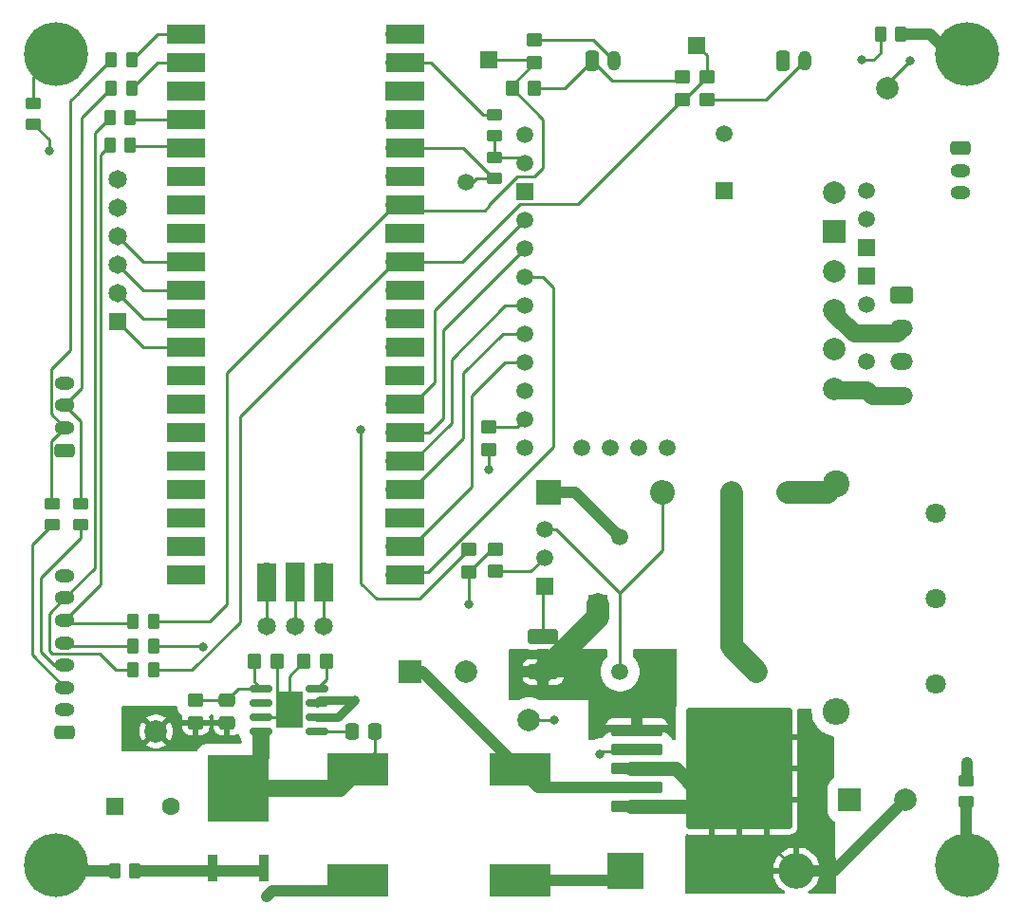
<source format=gbr>
%TF.GenerationSoftware,KiCad,Pcbnew,7.0.10*%
%TF.CreationDate,2024-03-28T21:50:04-04:00*%
%TF.ProjectId,WaveWise_PMIC,57617665-5769-4736-955f-504d49432e6b,rev?*%
%TF.SameCoordinates,Original*%
%TF.FileFunction,Copper,L1,Top*%
%TF.FilePolarity,Positive*%
%FSLAX46Y46*%
G04 Gerber Fmt 4.6, Leading zero omitted, Abs format (unit mm)*
G04 Created by KiCad (PCBNEW 7.0.10) date 2024-03-28 21:50:04*
%MOMM*%
%LPD*%
G01*
G04 APERTURE LIST*
G04 Aperture macros list*
%AMRoundRect*
0 Rectangle with rounded corners*
0 $1 Rounding radius*
0 $2 $3 $4 $5 $6 $7 $8 $9 X,Y pos of 4 corners*
0 Add a 4 corners polygon primitive as box body*
4,1,4,$2,$3,$4,$5,$6,$7,$8,$9,$2,$3,0*
0 Add four circle primitives for the rounded corners*
1,1,$1+$1,$2,$3*
1,1,$1+$1,$4,$5*
1,1,$1+$1,$6,$7*
1,1,$1+$1,$8,$9*
0 Add four rect primitives between the rounded corners*
20,1,$1+$1,$2,$3,$4,$5,0*
20,1,$1+$1,$4,$5,$6,$7,0*
20,1,$1+$1,$6,$7,$8,$9,0*
20,1,$1+$1,$8,$9,$2,$3,0*%
G04 Aperture macros list end*
%TA.AperFunction,ComponentPad*%
%ADD10RoundRect,0.250000X-0.350000X-0.650000X0.350000X-0.650000X0.350000X0.650000X-0.350000X0.650000X0*%
%TD*%
%TA.AperFunction,ComponentPad*%
%ADD11O,1.200000X1.800000*%
%TD*%
%TA.AperFunction,ComponentPad*%
%ADD12RoundRect,0.250000X-0.650000X0.350000X-0.650000X-0.350000X0.650000X-0.350000X0.650000X0.350000X0*%
%TD*%
%TA.AperFunction,ComponentPad*%
%ADD13O,1.800000X1.200000*%
%TD*%
%TA.AperFunction,ComponentPad*%
%ADD14RoundRect,0.250000X0.650000X-0.350000X0.650000X0.350000X-0.650000X0.350000X-0.650000X-0.350000X0*%
%TD*%
%TA.AperFunction,SMDPad,CuDef*%
%ADD15RoundRect,0.250000X-0.450000X0.350000X-0.450000X-0.350000X0.450000X-0.350000X0.450000X0.350000X0*%
%TD*%
%TA.AperFunction,SMDPad,CuDef*%
%ADD16RoundRect,0.250000X0.262500X0.450000X-0.262500X0.450000X-0.262500X-0.450000X0.262500X-0.450000X0*%
%TD*%
%TA.AperFunction,SMDPad,CuDef*%
%ADD17R,5.400000X2.900000*%
%TD*%
%TA.AperFunction,ComponentPad*%
%ADD18O,2.020000X1.500000*%
%TD*%
%TA.AperFunction,ComponentPad*%
%ADD19RoundRect,0.250001X-0.759999X0.499999X-0.759999X-0.499999X0.759999X-0.499999X0.759999X0.499999X0*%
%TD*%
%TA.AperFunction,ComponentPad*%
%ADD20R,1.650000X1.650000*%
%TD*%
%TA.AperFunction,ComponentPad*%
%ADD21C,1.650000*%
%TD*%
%TA.AperFunction,SMDPad,CuDef*%
%ADD22RoundRect,0.250000X0.350000X0.450000X-0.350000X0.450000X-0.350000X-0.450000X0.350000X-0.450000X0*%
%TD*%
%TA.AperFunction,SMDPad,CuDef*%
%ADD23R,0.939800X2.489200*%
%TD*%
%TA.AperFunction,SMDPad,CuDef*%
%ADD24R,5.511800X5.918200*%
%TD*%
%TA.AperFunction,SMDPad,CuDef*%
%ADD25RoundRect,0.250000X0.450000X-0.350000X0.450000X0.350000X-0.450000X0.350000X-0.450000X-0.350000X0*%
%TD*%
%TA.AperFunction,ComponentPad*%
%ADD26R,1.500000X1.500000*%
%TD*%
%TA.AperFunction,ComponentPad*%
%ADD27C,1.500000*%
%TD*%
%TA.AperFunction,ComponentPad*%
%ADD28C,5.700000*%
%TD*%
%TA.AperFunction,SMDPad,CuDef*%
%ADD29RoundRect,0.250000X-0.262500X-0.450000X0.262500X-0.450000X0.262500X0.450000X-0.262500X0.450000X0*%
%TD*%
%TA.AperFunction,SMDPad,CuDef*%
%ADD30RoundRect,0.250000X-0.475000X0.337500X-0.475000X-0.337500X0.475000X-0.337500X0.475000X0.337500X0*%
%TD*%
%TA.AperFunction,ComponentPad*%
%ADD31R,2.000000X2.000000*%
%TD*%
%TA.AperFunction,ComponentPad*%
%ADD32C,2.000000*%
%TD*%
%TA.AperFunction,ComponentPad*%
%ADD33C,1.651000*%
%TD*%
%TA.AperFunction,ComponentPad*%
%ADD34C,2.400000*%
%TD*%
%TA.AperFunction,ComponentPad*%
%ADD35O,2.400000X2.400000*%
%TD*%
%TA.AperFunction,ComponentPad*%
%ADD36C,1.498600*%
%TD*%
%TA.AperFunction,ComponentPad*%
%ADD37C,1.803400*%
%TD*%
%TA.AperFunction,ComponentPad*%
%ADD38R,1.803400X1.803400*%
%TD*%
%TA.AperFunction,SMDPad,CuDef*%
%ADD39RoundRect,0.250000X-0.450000X0.262500X-0.450000X-0.262500X0.450000X-0.262500X0.450000X0.262500X0*%
%TD*%
%TA.AperFunction,ComponentPad*%
%ADD40O,3.200000X3.200000*%
%TD*%
%TA.AperFunction,ComponentPad*%
%ADD41R,3.200000X3.200000*%
%TD*%
%TA.AperFunction,SMDPad,CuDef*%
%ADD42RoundRect,0.250000X1.100000X-0.412500X1.100000X0.412500X-1.100000X0.412500X-1.100000X-0.412500X0*%
%TD*%
%TA.AperFunction,SMDPad,CuDef*%
%ADD43RoundRect,0.250000X0.450000X-0.262500X0.450000X0.262500X-0.450000X0.262500X-0.450000X-0.262500X0*%
%TD*%
%TA.AperFunction,SMDPad,CuDef*%
%ADD44RoundRect,0.250000X-0.337500X-0.475000X0.337500X-0.475000X0.337500X0.475000X-0.337500X0.475000X0*%
%TD*%
%TA.AperFunction,ComponentPad*%
%ADD45C,1.600000*%
%TD*%
%TA.AperFunction,SMDPad,CuDef*%
%ADD46RoundRect,0.250000X-0.350000X-0.450000X0.350000X-0.450000X0.350000X0.450000X-0.350000X0.450000X0*%
%TD*%
%TA.AperFunction,SMDPad,CuDef*%
%ADD47C,1.500000*%
%TD*%
%TA.AperFunction,ComponentPad*%
%ADD48R,2.200000X2.200000*%
%TD*%
%TA.AperFunction,ComponentPad*%
%ADD49O,2.200000X2.200000*%
%TD*%
%TA.AperFunction,ComponentPad*%
%ADD50C,0.500000*%
%TD*%
%TA.AperFunction,SMDPad,CuDef*%
%ADD51R,2.410000X3.300000*%
%TD*%
%TA.AperFunction,SMDPad,CuDef*%
%ADD52RoundRect,0.150000X0.825000X0.150000X-0.825000X0.150000X-0.825000X-0.150000X0.825000X-0.150000X0*%
%TD*%
%TA.AperFunction,SMDPad,CuDef*%
%ADD53RoundRect,0.250000X-2.050000X-0.300000X2.050000X-0.300000X2.050000X0.300000X-2.050000X0.300000X0*%
%TD*%
%TA.AperFunction,SMDPad,CuDef*%
%ADD54RoundRect,0.250000X-2.025000X-2.375000X2.025000X-2.375000X2.025000X2.375000X-2.025000X2.375000X0*%
%TD*%
%TA.AperFunction,SMDPad,CuDef*%
%ADD55RoundRect,0.250002X-4.449998X-5.149998X4.449998X-5.149998X4.449998X5.149998X-4.449998X5.149998X0*%
%TD*%
%TA.AperFunction,SMDPad,CuDef*%
%ADD56R,1.700000X3.500000*%
%TD*%
%TA.AperFunction,ComponentPad*%
%ADD57O,1.700000X1.700000*%
%TD*%
%TA.AperFunction,ComponentPad*%
%ADD58R,1.700000X1.700000*%
%TD*%
%TA.AperFunction,SMDPad,CuDef*%
%ADD59R,3.500000X1.700000*%
%TD*%
%TA.AperFunction,ComponentPad*%
%ADD60R,1.600000X1.600000*%
%TD*%
%TA.AperFunction,ViaPad*%
%ADD61C,0.800000*%
%TD*%
%TA.AperFunction,Conductor*%
%ADD62C,0.250000*%
%TD*%
%TA.AperFunction,Conductor*%
%ADD63C,1.000000*%
%TD*%
%TA.AperFunction,Conductor*%
%ADD64C,2.000000*%
%TD*%
%TA.AperFunction,Conductor*%
%ADD65C,1.500000*%
%TD*%
%TA.AperFunction,Conductor*%
%ADD66C,1.600000*%
%TD*%
%TA.AperFunction,Conductor*%
%ADD67C,0.762000*%
%TD*%
%TA.AperFunction,Conductor*%
%ADD68C,1.270000*%
%TD*%
G04 APERTURE END LIST*
D10*
%TO.P,J11,1,1*%
%TO.N,GND*%
X102378000Y-55214000D03*
D11*
%TO.P,J11,2,2*%
%TO.N,VBUS*%
X104378000Y-55214000D03*
%TD*%
D10*
%TO.P,J10,1,1*%
%TO.N,GND*%
X119396000Y-55214000D03*
D11*
%TO.P,J10,2,2*%
%TO.N,+BATT*%
X121396000Y-55214000D03*
%TD*%
D12*
%TO.P,J9,1,1*%
%TO.N,+5V*%
X135255000Y-62992000D03*
D13*
%TO.P,J9,2,2*%
%TO.N,GND*%
X135255000Y-64992000D03*
%TO.P,J9,3,3*%
%TO.N,/Connectors/PWM_Servo*%
X135255000Y-66992000D03*
%TD*%
D14*
%TO.P,J8,1,1*%
%TO.N,+24V*%
X55372000Y-115157000D03*
D13*
%TO.P,J8,2,2*%
%TO.N,+5V*%
X55372000Y-113157000D03*
%TO.P,J8,3,3*%
%TO.N,/Connectors/SICO_TX*%
X55372000Y-111157000D03*
%TO.P,J8,4,4*%
%TO.N,/Connectors/SICO_RX*%
X55372000Y-109157000D03*
%TO.P,J8,5,5*%
%TO.N,/Connectors/SICO_PUMP_CONTROL*%
X55372000Y-107157000D03*
%TO.P,J8,6,6*%
%TO.N,panel_sense*%
X55372000Y-105157000D03*
%TO.P,J8,7,7*%
%TO.N,batt_sense*%
X55372000Y-103157000D03*
%TO.P,J8,8,8*%
%TO.N,GND*%
X55372000Y-101157000D03*
%TD*%
D14*
%TO.P,J6,1,1*%
%TO.N,GND*%
X55372000Y-89974500D03*
D13*
%TO.P,J6,2,2*%
%TO.N,/Connectors/rockblock_TX*%
X55372000Y-87974500D03*
%TO.P,J6,3,3*%
%TO.N,/Connectors/rockblock_RX*%
X55372000Y-85974500D03*
%TO.P,J6,4,4*%
%TO.N,+5V*%
X55372000Y-83974500D03*
%TD*%
D15*
%TO.P,R26,1*%
%TO.N,/PICO (BICO)/BICO_PUMP_CTRL*%
X91440000Y-98822000D03*
%TO.P,R26,2*%
%TO.N,/PUMP_CONTROL*%
X91440000Y-100822000D03*
%TD*%
%TO.P,R8,1*%
%TO.N,/PUMP_CONTROL*%
X93751400Y-98796600D03*
%TO.P,R8,2*%
%TO.N,Net-(Q2-B)*%
X93751400Y-100796600D03*
%TD*%
D16*
%TO.P,R25,2*%
%TO.N,/Connectors/SICO_PUMP_CONTROL*%
X61444500Y-107442000D03*
%TO.P,R25,1*%
%TO.N,/PUMP_CONTROL*%
X63269500Y-107442000D03*
%TD*%
D17*
%TO.P,L3,1,1*%
%TO.N,Net-(D3-CATHODE)*%
X81534000Y-118494000D03*
%TO.P,L3,2,2*%
%TO.N,+24V*%
X81534000Y-128394000D03*
%TD*%
D18*
%TO.P,J5,4,4*%
%TO.N,/BOUT2*%
X130048000Y-85090000D03*
%TO.P,J5,3,3*%
%TO.N,/BOUT1*%
X130048000Y-82090000D03*
%TO.P,J5,2,2*%
%TO.N,/AOUT2*%
X130048000Y-79090000D03*
D19*
%TO.P,J5,1,1*%
%TO.N,/AOUT1*%
X130048000Y-76090000D03*
%TD*%
D20*
%TO.P,J2,1,Pin_1*%
%TO.N,/Connectors/GPIO4*%
X60071000Y-78486000D03*
D21*
%TO.P,J2,2,Pin_2*%
%TO.N,/Connectors/GPIO3*%
X60071000Y-75946000D03*
%TO.P,J2,3,Pin_3*%
%TO.N,/Connectors/GPIO2*%
X60071000Y-73406000D03*
%TO.P,J2,4,Pin_4*%
%TO.N,/Connectors/GPIO1*%
X60071000Y-70866000D03*
%TO.P,J2,5,Pin_5*%
%TO.N,+5V*%
X60071000Y-68326000D03*
%TO.P,J2,6,Pin_6*%
%TO.N,GND*%
X60071000Y-65786000D03*
%TD*%
D22*
%TO.P,R5,1*%
%TO.N,Net-(IC1-RT{slash}SYNC)*%
X78713000Y-108839000D03*
%TO.P,R5,2*%
%TO.N,GND*%
X76713000Y-108839000D03*
%TD*%
D23*
%TO.P,D3,3,ANODE_2*%
%TO.N,GND*%
X73152000Y-127266700D03*
D24*
%TO.P,D3,2,CATHODE*%
%TO.N,Net-(D3-CATHODE)*%
X70866000Y-120142000D03*
D23*
%TO.P,D3,1,ANODE_1*%
%TO.N,GND*%
X68580000Y-127266700D03*
%TD*%
D25*
%TO.P,R2,1*%
%TO.N,/Connectors/Batt V Sense*%
X110490000Y-58642000D03*
%TO.P,R2,2*%
%TO.N,GND*%
X110490000Y-56642000D03*
%TD*%
D15*
%TO.P,R3,1*%
%TO.N,VBUS*%
X97282000Y-53356000D03*
%TO.P,R3,2*%
%TO.N,/Connectors/Panel V Sense*%
X97282000Y-55356000D03*
%TD*%
D26*
%TO.P,Q2,1,E*%
%TO.N,+48V*%
X98150000Y-102108000D03*
D27*
%TO.P,Q2,2,B*%
%TO.N,Net-(Q2-B)*%
X98150000Y-99568000D03*
%TO.P,Q2,3,C*%
%TO.N,Net-(D2-A)*%
X98150000Y-97028000D03*
%TD*%
D26*
%TO.P,BatteryV1,1,1*%
%TO.N,/Connectors/Batt V Sense*%
X111760000Y-53848000D03*
%TD*%
D28*
%TO.P,HE1,1,1*%
%TO.N,Net-(HE1-Pad1)*%
X54610000Y-127000000D03*
%TD*%
D29*
%TO.P,R12,2*%
%TO.N,/Connectors/PANEL_SENSE_DIO*%
X61214000Y-62738000D03*
%TO.P,R12,1*%
%TO.N,panel_sense*%
X59389000Y-62738000D03*
%TD*%
%TO.P,R10,2*%
%TO.N,/Connectors/BATT_SENSE_DIO*%
X61214000Y-60325000D03*
%TO.P,R10,1*%
%TO.N,batt_sense*%
X59389000Y-60325000D03*
%TD*%
D30*
%TO.P,C8,1*%
%TO.N,Net-(IC1-FB)*%
X69853000Y-112268000D03*
%TO.P,C8,2*%
%TO.N,+24V*%
X69853000Y-114343000D03*
%TD*%
D31*
%TO.P,C6,1*%
%TO.N,+5V*%
X86186000Y-109728000D03*
D32*
%TO.P,C6,2*%
%TO.N,GND*%
X91186000Y-109728000D03*
%TD*%
D29*
%TO.P,R13,1*%
%TO.N,panel_sense*%
X61444500Y-105283000D03*
%TO.P,R13,2*%
%TO.N,/Connectors/Panel V Sense*%
X63269500Y-105283000D03*
%TD*%
D33*
%TO.P,J3,1,Pin_1*%
%TO.N,/Connectors/SWCLK*%
X73406000Y-105664000D03*
%TO.P,J3,2,Pin_2*%
%TO.N,GND*%
X75946000Y-105664000D03*
%TO.P,J3,3,Pin_3*%
%TO.N,/Connectors/SWDIO*%
X78486000Y-105664000D03*
%TD*%
D34*
%TO.P,R7,1*%
%TO.N,Net-(C2-Pad1)*%
X124206000Y-92964000D03*
D35*
%TO.P,R7,2*%
%TO.N,+48V*%
X124206000Y-113284000D03*
%TD*%
D36*
%TO.P,K1,5,5*%
%TO.N,+5V*%
X104902000Y-97728002D03*
D37*
%TO.P,K1,3,3*%
%TO.N,/Inverter_Input*%
X117101198Y-109728000D03*
D36*
%TO.P,K1,2,2*%
%TO.N,Net-(D2-A)*%
X104902000Y-109728000D03*
D38*
%TO.P,K1,1,1*%
%TO.N,+48V*%
X102901999Y-103728001D03*
%TD*%
D32*
%TO.P,24V_1,1,1*%
%TO.N,+24V*%
X63500000Y-115062000D03*
%TD*%
D39*
%TO.P,R23,1*%
%TO.N,GND*%
X135786500Y-119483500D03*
%TO.P,R23,2*%
%TO.N,Net-(H4-Pad1)*%
X135786500Y-121308500D03*
%TD*%
D16*
%TO.P,R22,1*%
%TO.N,GND*%
X61618500Y-127508000D03*
%TO.P,R22,2*%
%TO.N,Net-(HE1-Pad1)*%
X59793500Y-127508000D03*
%TD*%
D37*
%TO.P,J13,3,Pin_3*%
%TO.N,+48V*%
X133050000Y-110832900D03*
%TO.P,J13,2,Pin_2*%
%TO.N,/Inverter_Input*%
X133050000Y-103212900D03*
%TO.P,J13,1,Pin_1*%
%TO.N,GND*%
X133050000Y-95592900D03*
%TD*%
D40*
%TO.P,D1,2,A*%
%TO.N,GND*%
X120650000Y-127508000D03*
D41*
%TO.P,D1,1,K*%
%TO.N,Net-(D1-K)*%
X105410000Y-127508000D03*
%TD*%
D15*
%TO.P,R17,1*%
%TO.N,/PICO (BICO)/MOTOR_RESET*%
X93218000Y-87900000D03*
%TO.P,R17,2*%
%TO.N,GND*%
X93218000Y-89900000D03*
%TD*%
D42*
%TO.P,C4,1*%
%TO.N,+48V*%
X98044000Y-109766500D03*
%TO.P,C4,2*%
X98044000Y-106641500D03*
%TD*%
D43*
%TO.P,R14,1*%
%TO.N,/Pneumatic Control/ICREF*%
X93726000Y-61872500D03*
%TO.P,R14,2*%
%TO.N,+5V*%
X93726000Y-60047500D03*
%TD*%
D28*
%TO.P,H4,1,1*%
%TO.N,Net-(H4-Pad1)*%
X135890000Y-127000000D03*
%TD*%
D29*
%TO.P,R19,2*%
%TO.N,/Connectors/BICO_UART_TX*%
X61341000Y-55118000D03*
%TO.P,R19,1*%
%TO.N,/Connectors/rockblock_TX*%
X59516000Y-55118000D03*
%TD*%
%TO.P,R21,1*%
%TO.N,GND*%
X128119500Y-52832000D03*
%TO.P,R21,2*%
%TO.N,Net-(H2-Pad1)*%
X129944500Y-52832000D03*
%TD*%
D44*
%TO.P,C5,1*%
%TO.N,Net-(IC1-BOOT)*%
X80983000Y-115062000D03*
%TO.P,C5,2*%
%TO.N,Net-(D3-CATHODE)*%
X83058000Y-115062000D03*
%TD*%
D39*
%TO.P,R18,1*%
%TO.N,/Connectors/rockblock_TX*%
X54229000Y-94775000D03*
%TO.P,R18,2*%
%TO.N,/Connectors/SICO_TX*%
X54229000Y-96600000D03*
%TD*%
D45*
%TO.P,C2,1*%
%TO.N,Net-(C2-Pad1)*%
X119848000Y-93726000D03*
%TO.P,C2,2*%
%TO.N,/Inverter_Input*%
X114848000Y-93726000D03*
%TD*%
D46*
%TO.P,R4,1*%
%TO.N,/Connectors/Panel V Sense*%
X95266000Y-57658000D03*
%TO.P,R4,2*%
%TO.N,GND*%
X97266000Y-57658000D03*
%TD*%
D47*
%TO.P,3V1,1,1*%
%TO.N,+3.3V*%
X91186000Y-66040000D03*
%TD*%
D43*
%TO.P,R20,2*%
%TO.N,Net-(H1-Pad1)*%
X52578000Y-59031500D03*
%TO.P,R20,1*%
%TO.N,GND*%
X52578000Y-60856500D03*
%TD*%
D39*
%TO.P,R15,1*%
%TO.N,/Connectors/rockblock_RX*%
X56769000Y-94775000D03*
%TO.P,R15,2*%
%TO.N,/Connectors/SICO_RX*%
X56769000Y-96600000D03*
%TD*%
D25*
%TO.P,R6,1*%
%TO.N,+24V*%
X67056000Y-114284000D03*
%TO.P,R6,2*%
%TO.N,Net-(IC1-FB)*%
X67056000Y-112284000D03*
%TD*%
%TO.P,R1,1*%
%TO.N,+BATT*%
X112649000Y-58658000D03*
%TO.P,R1,2*%
%TO.N,/Connectors/Batt V Sense*%
X112649000Y-56658000D03*
%TD*%
D17*
%TO.P,L1,1,1*%
%TO.N,Net-(D1-K)*%
X96012000Y-128394000D03*
%TO.P,L1,2,2*%
%TO.N,+5V*%
X96012000Y-118494000D03*
%TD*%
D28*
%TO.P,H1,1,1*%
%TO.N,Net-(H1-Pad1)*%
X54610000Y-54610000D03*
%TD*%
D26*
%TO.P,PanelV1,1,1*%
%TO.N,/Connectors/Panel V Sense*%
X93218000Y-55118000D03*
%TD*%
D32*
%TO.P,GND1,1,1*%
%TO.N,GND*%
X96774000Y-114046000D03*
%TD*%
D29*
%TO.P,R11,1*%
%TO.N,batt_sense*%
X61444500Y-109601000D03*
%TO.P,R11,2*%
%TO.N,/Connectors/Batt V Sense*%
X63269500Y-109601000D03*
%TD*%
D39*
%TO.P,R24,1*%
%TO.N,/Pneumatic Control/ICREF*%
X93726000Y-63857500D03*
%TO.P,R24,2*%
%TO.N,+3.3V*%
X93726000Y-65682500D03*
%TD*%
D48*
%TO.P,D2,1,K*%
%TO.N,+5V*%
X98552000Y-93726000D03*
D49*
%TO.P,D2,2,A*%
%TO.N,Net-(D2-A)*%
X108712000Y-93726000D03*
%TD*%
D16*
%TO.P,R16,2*%
%TO.N,/Connectors/rockblock_RX*%
X59516000Y-57658000D03*
%TO.P,R16,1*%
%TO.N,/Connectors/BICO_UART_RX*%
X61341000Y-57658000D03*
%TD*%
D32*
%TO.P,U2,1,Vin*%
%TO.N,+48V*%
X123988500Y-66978200D03*
D27*
X126884100Y-66825800D03*
X126884100Y-69365800D03*
D32*
%TO.P,U2,2,AOUT1*%
%TO.N,/AOUT1*%
X123988500Y-73978200D03*
D27*
X126884100Y-76985800D03*
D32*
%TO.P,U2,3,AOUT2*%
%TO.N,/AOUT2*%
X123988500Y-77478200D03*
D27*
X126884100Y-79525800D03*
D32*
%TO.P,U2,4,BOUT1*%
%TO.N,/BOUT1*%
X123988500Y-80978200D03*
D27*
X126884100Y-82065800D03*
D32*
%TO.P,U2,5,BOUT2*%
%TO.N,/BOUT2*%
X123988500Y-84478200D03*
D27*
X126884100Y-84605800D03*
%TO.P,U2,6,BEMF*%
%TO.N,/PICO (BICO)/MOTOR_BEMF*%
X109129500Y-89762000D03*
%TO.P,U2,7,~STALL*%
%TO.N,/PICO (BICO)/MOTOR_STALL*%
X106589500Y-89762000D03*
%TO.P,U2,8,BIN2*%
%TO.N,unconnected-(U2-BIN2-Pad8)*%
X104049500Y-89762000D03*
%TO.P,U2,9,BIN1*%
%TO.N,unconnected-(U2-BIN1-Pad9)*%
X101509500Y-89762000D03*
%TO.P,U2,10,~FLT*%
%TO.N,/PICO (BICO)/MOTOR_FLT*%
X96429500Y-89762000D03*
%TO.P,U2,11,RST*%
%TO.N,/PICO (BICO)/MOTOR_RESET*%
X96429500Y-87222000D03*
%TO.P,U2,12,~SLP*%
%TO.N,/PICO (BICO)/MOTOR_SLP*%
X96429500Y-84682000D03*
%TO.P,U2,13,SCS*%
%TO.N,/PICO (BICO)/MOTOR_SPI0_CSn*%
X96429500Y-82142000D03*
%TO.P,U2,14,SCLK*%
%TO.N,/PICO (BICO)/MOTOR_SPI0_SCK*%
X96429500Y-79602000D03*
%TO.P,U2,15,SDATI*%
%TO.N,/PICO (BICO)/MOTOR_SPI0_TX*%
X96429500Y-77062000D03*
%TO.P,U2,16,SDATO*%
%TO.N,/PICO (BICO)/MOTOR_SPI0_RX*%
X96429500Y-74522000D03*
%TO.P,U2,17,DIR*%
%TO.N,/PICO (BICO)/MOTOR_DIR{slash}AIN2*%
X96429500Y-71982000D03*
%TO.P,U2,18,STEP*%
%TO.N,/PICO (BICO)/MOTOR_STEP{slash}AIN1*%
X96429500Y-69442000D03*
%TO.P,U2,19,ICREF*%
%TO.N,/Pneumatic Control/ICREF*%
X96429500Y-64362000D03*
%TO.P,U2,20,V5(OUT)*%
%TO.N,unconnected-(U2-V5(OUT)-Pad20)*%
X96429500Y-61822000D03*
%TO.P,U2,21,VM*%
%TO.N,unconnected-(U2-VM-Pad21)*%
X114184100Y-61745800D03*
D26*
%TO.P,U2,22,GND*%
%TO.N,GND*%
X96429500Y-66902000D03*
X114184100Y-66825800D03*
D31*
X123988500Y-70478200D03*
D26*
X126884100Y-71905800D03*
X126884100Y-74445800D03*
%TD*%
D28*
%TO.P,H2,1,1*%
%TO.N,Net-(H2-Pad1)*%
X135890000Y-54610000D03*
%TD*%
D50*
%TO.P,IC1,9,EP*%
%TO.N,GND*%
X74676000Y-111957000D03*
X74676000Y-113157000D03*
X74676000Y-114357000D03*
D51*
X75376000Y-113157000D03*
D50*
X76076000Y-111957000D03*
X76076000Y-113157000D03*
X76076000Y-114357000D03*
D52*
%TO.P,IC1,8,SW*%
%TO.N,Net-(D3-CATHODE)*%
X72901000Y-115062000D03*
%TO.P,IC1,7,GND*%
%TO.N,GND*%
X72901000Y-113792000D03*
%TO.P,IC1,6,SS_OR_PGOOD*%
%TO.N,unconnected-(IC1-SS_OR_PGOOD-Pad6)*%
X72901000Y-112522000D03*
%TO.P,IC1,5,FB*%
%TO.N,Net-(IC1-FB)*%
X72901000Y-111252000D03*
%TO.P,IC1,4,RT/SYNC*%
%TO.N,Net-(IC1-RT{slash}SYNC)*%
X77851000Y-111252000D03*
%TO.P,IC1,3,EN*%
%TO.N,+48V*%
X77851000Y-112522000D03*
%TO.P,IC1,2,VIN*%
X77851000Y-113792000D03*
%TO.P,IC1,1,BOOT*%
%TO.N,Net-(IC1-BOOT)*%
X77851000Y-115062000D03*
%TD*%
D53*
%TO.P,U4,1,VIN*%
%TO.N,+48V*%
X106396000Y-114964000D03*
%TO.P,U4,2,OUT*%
%TO.N,Net-(D1-K)*%
X106396000Y-116664000D03*
%TO.P,U4,3,GND*%
%TO.N,GND*%
X106396000Y-118364000D03*
%TO.P,U4,4,FB*%
%TO.N,+5V*%
X106396000Y-120064000D03*
%TO.P,U4,5,ON/OFF*%
%TO.N,GND*%
X106396000Y-121764000D03*
D54*
%TO.P,U4,6,GND*%
X113121000Y-115589000D03*
X113121000Y-121139000D03*
D55*
X115546000Y-118364000D03*
D54*
X117971000Y-115589000D03*
X117971000Y-121139000D03*
%TD*%
D32*
%TO.P,C1,2*%
%TO.N,GND*%
X130394323Y-121158000D03*
D31*
%TO.P,C1,1*%
%TO.N,+48V*%
X125394323Y-121158000D03*
%TD*%
D32*
%TO.P,5V1,1,1*%
%TO.N,+5V*%
X128778000Y-57658000D03*
%TD*%
D56*
%TO.P,U1,43,SWDIO*%
%TO.N,/Connectors/SWDIO*%
X78486000Y-101762000D03*
D57*
X78486000Y-100862000D03*
D56*
%TO.P,U1,42,GND*%
%TO.N,GND*%
X75946000Y-101762000D03*
D58*
X75946000Y-100862000D03*
D56*
%TO.P,U1,41,SWCLK*%
%TO.N,/Connectors/SWCLK*%
X73406000Y-101762000D03*
D57*
X73406000Y-100862000D03*
D59*
%TO.P,U1,40,VBUS*%
%TO.N,unconnected-(U1-VBUS-Pad40)*%
X85736000Y-52832000D03*
D57*
X84836000Y-52832000D03*
D59*
%TO.P,U1,39,VSYS*%
%TO.N,+5V*%
X85736000Y-55372000D03*
D57*
X84836000Y-55372000D03*
D59*
%TO.P,U1,38,GND*%
%TO.N,GND*%
X85736000Y-57912000D03*
D58*
X84836000Y-57912000D03*
D59*
%TO.P,U1,37,3V3_EN*%
%TO.N,unconnected-(U1-3V3_EN-Pad37)*%
X85736000Y-60452000D03*
D57*
X84836000Y-60452000D03*
D59*
%TO.P,U1,36,3V3*%
%TO.N,+3.3V*%
X85736000Y-62992000D03*
D57*
X84836000Y-62992000D03*
D59*
%TO.P,U1,35,ADC_VREF*%
%TO.N,unconnected-(U1-ADC_VREF-Pad35)*%
X85736000Y-65532000D03*
D57*
X84836000Y-65532000D03*
D59*
%TO.P,U1,34,GPIO28_ADC2*%
%TO.N,/Connectors/Panel V Sense*%
X85736000Y-68072000D03*
D57*
X84836000Y-68072000D03*
D59*
%TO.P,U1,33,AGND*%
%TO.N,GND*%
X85736000Y-70612000D03*
D58*
X84836000Y-70612000D03*
D59*
%TO.P,U1,32,GPIO27_ADC1*%
%TO.N,/Connectors/Batt V Sense*%
X85736000Y-73152000D03*
D57*
X84836000Y-73152000D03*
D59*
%TO.P,U1,31,GPIO26_ADC0*%
%TO.N,/PICO (BICO)/MOTOR_BEMF*%
X85736000Y-75692000D03*
D57*
X84836000Y-75692000D03*
D59*
%TO.P,U1,30,RUN*%
%TO.N,unconnected-(U1-RUN-Pad30)*%
X85736000Y-78232000D03*
D57*
X84836000Y-78232000D03*
D59*
%TO.P,U1,29,GPIO22*%
%TO.N,/PICO (BICO)/MOTOR_STALL*%
X85736000Y-80772000D03*
D57*
X84836000Y-80772000D03*
D59*
%TO.P,U1,28,GND*%
%TO.N,GND*%
X85736000Y-83312000D03*
D58*
X84836000Y-83312000D03*
D59*
%TO.P,U1,27,GPIO21*%
%TO.N,/PICO (BICO)/MOTOR_STEP{slash}AIN1*%
X85736000Y-85852000D03*
D57*
X84836000Y-85852000D03*
D59*
%TO.P,U1,26,GPIO20*%
%TO.N,/PICO (BICO)/MOTOR_DIR{slash}AIN2*%
X85736000Y-88392000D03*
D57*
X84836000Y-88392000D03*
D59*
%TO.P,U1,25,GPIO19*%
%TO.N,/PICO (BICO)/MOTOR_SPI0_TX*%
X85736000Y-90932000D03*
D57*
X84836000Y-90932000D03*
D59*
%TO.P,U1,24,GPIO18*%
%TO.N,/PICO (BICO)/MOTOR_SPI0_SCK*%
X85736000Y-93472000D03*
D57*
X84836000Y-93472000D03*
D59*
%TO.P,U1,23,GND*%
%TO.N,GND*%
X85736000Y-96012000D03*
D58*
X84836000Y-96012000D03*
D59*
%TO.P,U1,22,GPIO17*%
%TO.N,/PICO (BICO)/MOTOR_SPI0_CSn*%
X85736000Y-98552000D03*
D57*
X84836000Y-98552000D03*
D59*
%TO.P,U1,21,GPIO16*%
%TO.N,/PICO (BICO)/MOTOR_SPI0_RX*%
X85736000Y-101092000D03*
D57*
X84836000Y-101092000D03*
D59*
%TO.P,U1,20,GPIO15*%
%TO.N,/PICO (BICO)/MOTOR_FLT*%
X66156000Y-101092000D03*
D57*
X67056000Y-101092000D03*
D59*
%TO.P,U1,19,GPIO14*%
%TO.N,/PICO (BICO)/MOTOR_RESET*%
X66156000Y-98552000D03*
D57*
X67056000Y-98552000D03*
D59*
%TO.P,U1,18,GND*%
%TO.N,GND*%
X66156000Y-96012000D03*
D58*
X67056000Y-96012000D03*
D59*
%TO.P,U1,17,GPIO13*%
%TO.N,/PICO (BICO)/MOTOR_SLP*%
X66156000Y-93472000D03*
D57*
X67056000Y-93472000D03*
D59*
%TO.P,U1,16,GPIO12*%
%TO.N,unconnected-(U1-GPIO12-Pad16)*%
X66156000Y-90932000D03*
D57*
X67056000Y-90932000D03*
D59*
%TO.P,U1,15,GPIO11*%
%TO.N,unconnected-(U1-GPIO11-Pad15)*%
X66156000Y-88392000D03*
D57*
X67056000Y-88392000D03*
D59*
%TO.P,U1,14,GPIO10*%
%TO.N,unconnected-(U1-GPIO10-Pad14)*%
X66156000Y-85852000D03*
D57*
X67056000Y-85852000D03*
D59*
%TO.P,U1,13,GND*%
%TO.N,GND*%
X66156000Y-83312000D03*
D58*
X67056000Y-83312000D03*
D59*
%TO.P,U1,12,GPIO9*%
%TO.N,/Connectors/GPIO4*%
X66156000Y-80772000D03*
D57*
X67056000Y-80772000D03*
D59*
%TO.P,U1,11,GPIO8*%
%TO.N,/Connectors/GPIO3*%
X66156000Y-78232000D03*
D57*
X67056000Y-78232000D03*
D59*
%TO.P,U1,10,GPIO7*%
%TO.N,/Connectors/GPIO2*%
X66156000Y-75692000D03*
D57*
X67056000Y-75692000D03*
D59*
%TO.P,U1,9,GPIO6*%
%TO.N,/Connectors/GPIO1*%
X66156000Y-73152000D03*
D57*
X67056000Y-73152000D03*
D59*
%TO.P,U1,8,GND*%
%TO.N,GND*%
X66156000Y-70612000D03*
D58*
X67056000Y-70612000D03*
D59*
%TO.P,U1,7,GPIO5*%
%TO.N,/PICO (BICO)/BICO_PUMP_CTRL*%
X66156000Y-68072000D03*
D57*
X67056000Y-68072000D03*
D59*
%TO.P,U1,6,GPIO4*%
%TO.N,/Connectors/PWM_Servo*%
X66156000Y-65532000D03*
D57*
X67056000Y-65532000D03*
D59*
%TO.P,U1,5,GPIO3*%
%TO.N,/Connectors/PANEL_SENSE_DIO*%
X66156000Y-62992000D03*
D57*
X67056000Y-62992000D03*
D59*
%TO.P,U1,4,GPIO2*%
%TO.N,/Connectors/BATT_SENSE_DIO*%
X66156000Y-60452000D03*
D57*
X67056000Y-60452000D03*
D59*
%TO.P,U1,3,GND*%
%TO.N,GND*%
X66156000Y-57912000D03*
D58*
X67056000Y-57912000D03*
D59*
%TO.P,U1,2,GPIO1*%
%TO.N,/Connectors/BICO_UART_RX*%
X66156000Y-55372000D03*
D57*
X67056000Y-55372000D03*
D59*
%TO.P,U1,1,GPIO0*%
%TO.N,/Connectors/BICO_UART_TX*%
X66156000Y-52832000D03*
D57*
X67056000Y-52832000D03*
%TD*%
D60*
%TO.P,C9,1*%
%TO.N,+24V*%
X59827349Y-121793000D03*
D45*
%TO.P,C9,2*%
%TO.N,GND*%
X64827349Y-121793000D03*
%TD*%
D46*
%TO.P,R9,1*%
%TO.N,Net-(IC1-FB)*%
X72268000Y-108839000D03*
%TO.P,R9,2*%
%TO.N,GND*%
X74268000Y-108839000D03*
%TD*%
D61*
%TO.N,/PUMP_CONTROL*%
X91440000Y-103759000D03*
X67691000Y-107569000D03*
%TO.N,+48V*%
X81280000Y-112268000D03*
%TO.N,GND*%
X126492000Y-55118000D03*
X99060000Y-114046000D03*
X121666000Y-122174000D03*
X93218000Y-91694000D03*
X121666000Y-123444000D03*
X121666000Y-118364000D03*
X53975000Y-63246000D03*
X64956276Y-127480334D03*
X122936000Y-116840000D03*
X121666000Y-120904000D03*
X122936000Y-115824000D03*
X135890000Y-117856000D03*
X121666000Y-119634000D03*
%TO.N,+24V*%
X73406000Y-129794000D03*
%TO.N,Net-(D1-K)*%
X103124000Y-117094000D03*
%TO.N,+5V*%
X130810000Y-55245000D03*
%TO.N,/PICO (BICO)/BICO_PUMP_CTRL*%
X81788000Y-88138000D03*
%TD*%
D62*
%TO.N,GND*%
X128119500Y-54506500D02*
X128119500Y-52832000D01*
X127508000Y-55118000D02*
X126492000Y-55118000D01*
X128119500Y-54506500D02*
X127508000Y-55118000D01*
%TO.N,+5V*%
X128778000Y-57277000D02*
X128778000Y-57658000D01*
X130810000Y-55245000D02*
X128778000Y-57277000D01*
%TO.N,batt_sense*%
X58039000Y-100490000D02*
X58039000Y-61675000D01*
X58039000Y-61675000D02*
X59389000Y-60325000D01*
X55372000Y-103157000D02*
X58039000Y-100490000D01*
%TO.N,panel_sense*%
X58547000Y-63580000D02*
X59389000Y-62738000D01*
X58547000Y-101982000D02*
X58547000Y-63580000D01*
X55372000Y-105157000D02*
X58547000Y-101982000D01*
%TO.N,batt_sense*%
X59944000Y-109601000D02*
X61444500Y-109601000D01*
X53975000Y-107850500D02*
X54229000Y-108104500D01*
X55372000Y-103157000D02*
X53975000Y-104554000D01*
X53975000Y-104554000D02*
X53975000Y-107850500D01*
X54229000Y-108104500D02*
X58447500Y-108104500D01*
X58447500Y-108104500D02*
X59944000Y-109601000D01*
%TO.N,/Connectors/rockblock_RX*%
X56896000Y-60278000D02*
X59516000Y-57658000D01*
X56896000Y-84450500D02*
X56896000Y-60278000D01*
%TO.N,/Connectors/rockblock_TX*%
X55880000Y-58801000D02*
X55880000Y-81016069D01*
X56597000Y-58037000D02*
X56597000Y-58084000D01*
X59516000Y-55118000D02*
X56597000Y-58037000D01*
X56597000Y-58084000D02*
X55880000Y-58801000D01*
%TO.N,GND*%
X53975000Y-62253500D02*
X52578000Y-60856500D01*
X53975000Y-63246000D02*
X53975000Y-62253500D01*
%TO.N,+3.3V*%
X93622500Y-65682500D02*
X90932000Y-62992000D01*
X93726000Y-65682500D02*
X93622500Y-65682500D01*
X90932000Y-62992000D02*
X84836000Y-62992000D01*
%TO.N,/Connectors/rockblock_TX*%
X54147000Y-82749069D02*
X54147000Y-86749500D01*
X55880000Y-81016069D02*
X54147000Y-82749069D01*
X54147000Y-86749500D02*
X55372000Y-87974500D01*
%TO.N,/Connectors/SICO_RX*%
X53213000Y-101373500D02*
X56769000Y-97817500D01*
X56769000Y-97817500D02*
X56769000Y-96600000D01*
X54392500Y-109157000D02*
X53213000Y-107977500D01*
X55372000Y-109157000D02*
X54392500Y-109157000D01*
X53213000Y-107977500D02*
X53213000Y-101373500D01*
%TO.N,/PICO (BICO)/BICO_PUMP_CTRL*%
X87011000Y-103251000D02*
X88535000Y-101727000D01*
X83185000Y-103251000D02*
X87011000Y-103251000D01*
X81788000Y-101854000D02*
X83185000Y-103251000D01*
X81788000Y-88138000D02*
X81788000Y-101854000D01*
%TO.N,/PUMP_CONTROL*%
X91440000Y-100822000D02*
X91440000Y-103759000D01*
%TO.N,Net-(Q2-B)*%
X96921400Y-100796600D02*
X98150000Y-99568000D01*
X93751400Y-100796600D02*
X96921400Y-100796600D01*
%TO.N,+BATT*%
X117952000Y-58658000D02*
X121396000Y-55214000D01*
X112649000Y-58658000D02*
X117952000Y-58658000D01*
%TO.N,GND*%
X110109000Y-57023000D02*
X110490000Y-56642000D01*
X104187000Y-57023000D02*
X110109000Y-57023000D01*
X102378000Y-55214000D02*
X104187000Y-57023000D01*
X99934000Y-57658000D02*
X102378000Y-55214000D01*
X97266000Y-57658000D02*
X99934000Y-57658000D01*
%TO.N,VBUS*%
X102520000Y-53356000D02*
X104378000Y-55214000D01*
X97282000Y-53356000D02*
X102520000Y-53356000D01*
%TO.N,/Connectors/Batt V Sense*%
X112649000Y-54737000D02*
X111760000Y-53848000D01*
X112649000Y-56658000D02*
X112649000Y-54737000D01*
X110665000Y-58642000D02*
X112649000Y-56658000D01*
X110490000Y-58642000D02*
X110665000Y-58642000D01*
X101155000Y-67977000D02*
X110490000Y-58642000D01*
X95980000Y-67977000D02*
X101155000Y-67977000D01*
X90805000Y-73152000D02*
X95980000Y-67977000D01*
X84836000Y-73152000D02*
X90805000Y-73152000D01*
X70993000Y-86995000D02*
X84836000Y-73152000D01*
X70993000Y-105292305D02*
X70993000Y-86995000D01*
X66684305Y-109601000D02*
X70993000Y-105292305D01*
X63269500Y-109601000D02*
X66684305Y-109601000D01*
%TO.N,/PUMP_CONTROL*%
X67564000Y-107442000D02*
X63269500Y-107442000D01*
X67691000Y-107569000D02*
X67564000Y-107442000D01*
%TO.N,/Connectors/SICO_TX*%
X52447000Y-108232000D02*
X55372000Y-111157000D01*
X52447000Y-98382000D02*
X52447000Y-108232000D01*
X54229000Y-96600000D02*
X52447000Y-98382000D01*
%TO.N,/Connectors/SICO_PUMP_CONTROL*%
X61444500Y-107442000D02*
X55430500Y-107442000D01*
X55430500Y-107215500D02*
X55372000Y-107157000D01*
%TO.N,/Connectors/Panel V Sense*%
X68326000Y-105283000D02*
X69850000Y-103759000D01*
X63269500Y-105283000D02*
X68326000Y-105283000D01*
X69850000Y-103759000D02*
X69850000Y-83058000D01*
X69850000Y-83058000D02*
X84836000Y-68072000D01*
%TO.N,panel_sense*%
X61344000Y-105383500D02*
X61444500Y-105283000D01*
X55372000Y-105383500D02*
X61344000Y-105383500D01*
%TO.N,/Connectors/rockblock_RX*%
X55372000Y-85974500D02*
X56896000Y-84450500D01*
%TO.N,/Connectors/GPIO1*%
X62357000Y-73152000D02*
X60071000Y-70866000D01*
X67056000Y-73152000D02*
X62357000Y-73152000D01*
%TO.N,/Connectors/GPIO2*%
X67056000Y-75692000D02*
X62357000Y-75692000D01*
X62357000Y-75692000D02*
X60071000Y-73406000D01*
%TO.N,/Connectors/GPIO3*%
X62357000Y-78232000D02*
X60071000Y-75946000D01*
X67056000Y-78232000D02*
X62357000Y-78232000D01*
%TO.N,/Connectors/GPIO4*%
X62357000Y-80772000D02*
X67056000Y-80772000D01*
X60071000Y-78486000D02*
X62357000Y-80772000D01*
%TO.N,/Connectors/rockblock_RX*%
X56769000Y-87371500D02*
X55372000Y-85974500D01*
X56769000Y-94775000D02*
X56769000Y-87371500D01*
%TO.N,/Connectors/rockblock_TX*%
X54147000Y-89199500D02*
X54147000Y-94693000D01*
X55372000Y-87974500D02*
X54147000Y-89199500D01*
X54147000Y-94693000D02*
X54229000Y-94775000D01*
%TO.N,/PICO (BICO)/MOTOR_SPI0_RX*%
X87762780Y-100866860D02*
X85979000Y-100866860D01*
X98933000Y-75438000D02*
X98933000Y-89696640D01*
X98933000Y-89696640D02*
X87762780Y-100866860D01*
X98017000Y-74522000D02*
X98933000Y-75438000D01*
X96429500Y-74522000D02*
X98017000Y-74522000D01*
%TO.N,Net-(D2-A)*%
X98150000Y-97028000D02*
X99210660Y-97028000D01*
X99210660Y-97028000D02*
X104902000Y-102719340D01*
X108712000Y-98909340D02*
X104902000Y-102719340D01*
X108712000Y-93726000D02*
X108712000Y-98909340D01*
X104902000Y-102719340D02*
X104902000Y-109728000D01*
D63*
%TO.N,+5V*%
X98552000Y-93726000D02*
X100899998Y-93726000D01*
X100899998Y-93726000D02*
X104902000Y-97728002D01*
D64*
%TO.N,+48V*%
X102901999Y-104908501D02*
X102901999Y-103728001D01*
X98044000Y-109766500D02*
X102901999Y-104908501D01*
D62*
%TO.N,/PUMP_CONTROL*%
X93465400Y-98796600D02*
X91440000Y-100822000D01*
X93751400Y-98796600D02*
X93465400Y-98796600D01*
%TO.N,/PICO (BICO)/BICO_PUMP_CTRL*%
X88535000Y-101727000D02*
X91440000Y-98822000D01*
D64*
%TO.N,/Inverter_Input*%
X114848000Y-107474802D02*
X117101198Y-109728000D01*
X114848000Y-93726000D02*
X114848000Y-107474802D01*
D63*
%TO.N,+5V*%
X87246000Y-109728000D02*
X86186000Y-109728000D01*
X96012000Y-118494000D02*
X87246000Y-109728000D01*
X97582000Y-120064000D02*
X96012000Y-118494000D01*
X106396000Y-120064000D02*
X97582000Y-120064000D01*
%TO.N,+24V*%
X80642000Y-129286000D02*
X81534000Y-128394000D01*
X73914000Y-129286000D02*
X80642000Y-129286000D01*
X73406000Y-129794000D02*
X73914000Y-129286000D01*
D65*
%TO.N,Net-(D3-CATHODE)*%
X70866000Y-120142000D02*
X79886000Y-120142000D01*
X79886000Y-120142000D02*
X81534000Y-118494000D01*
X72901000Y-115573000D02*
X72898000Y-115570000D01*
X72901000Y-117345000D02*
X72901000Y-115573000D01*
D66*
%TO.N,/BOUT2*%
X123988500Y-84478200D02*
X124116100Y-84605800D01*
X124116100Y-84605800D02*
X126884100Y-84605800D01*
X127368300Y-85090000D02*
X126884100Y-84605800D01*
X130048000Y-85090000D02*
X127368300Y-85090000D01*
%TO.N,/AOUT2*%
X129612200Y-79525800D02*
X130048000Y-79090000D01*
X126884100Y-79525800D02*
X129612200Y-79525800D01*
X125753800Y-79525800D02*
X126884100Y-79525800D01*
X123952000Y-77724000D02*
X125753800Y-79525800D01*
D62*
%TO.N,Net-(D1-K)*%
X104550000Y-116840000D02*
X104726000Y-116664000D01*
X104726000Y-116664000D02*
X106396000Y-116664000D01*
X103124000Y-117094000D02*
X103378000Y-116840000D01*
X103378000Y-116840000D02*
X104550000Y-116840000D01*
%TO.N,/PICO (BICO)/MOTOR_DIR{slash}AIN2*%
X87884000Y-88392000D02*
X84836000Y-88392000D01*
X89154000Y-79257500D02*
X89154000Y-87122000D01*
X96429500Y-71982000D02*
X89154000Y-79257500D01*
X89154000Y-87122000D02*
X87884000Y-88392000D01*
%TO.N,/PICO (BICO)/MOTOR_SPI0_SCK*%
X86360000Y-93472000D02*
X84836000Y-93472000D01*
X90932000Y-88900000D02*
X86360000Y-93472000D01*
X96429500Y-79602000D02*
X94433504Y-79602000D01*
X94433504Y-79602000D02*
X90932000Y-83103504D01*
X90932000Y-83103504D02*
X90932000Y-88900000D01*
%TO.N,/PICO (BICO)/MOTOR_SPI0_CSn*%
X86360000Y-98552000D02*
X84836000Y-98552000D01*
X91694000Y-93218000D02*
X86360000Y-98552000D01*
X91694000Y-85090000D02*
X91694000Y-93218000D01*
X96429500Y-82142000D02*
X94642000Y-82142000D01*
X94642000Y-82142000D02*
X91694000Y-85090000D01*
%TO.N,/PICO (BICO)/MOTOR_SPI0_TX*%
X86446000Y-90932000D02*
X84836000Y-90932000D01*
X89858000Y-87520000D02*
X86446000Y-90932000D01*
X89858000Y-81846000D02*
X89858000Y-87520000D01*
X94642000Y-77062000D02*
X89858000Y-81846000D01*
X96429500Y-77062000D02*
X94642000Y-77062000D01*
%TO.N,/Connectors/Batt V Sense*%
X111506000Y-54102000D02*
X111760000Y-53848000D01*
%TO.N,Net-(H1-Pad1)*%
X52578000Y-56642000D02*
X54610000Y-54610000D01*
X52578000Y-59031500D02*
X52578000Y-56642000D01*
%TO.N,/Connectors/BICO_UART_TX*%
X63650500Y-52832000D02*
X67056000Y-52832000D01*
X61237500Y-55245000D02*
X63650500Y-52832000D01*
%TO.N,/Connectors/BICO_UART_RX*%
X63650500Y-55372000D02*
X67056000Y-55372000D01*
X61237500Y-57785000D02*
X63650500Y-55372000D01*
%TO.N,/Connectors/BICO_UART_TX*%
X66548000Y-53340000D02*
X67056000Y-52832000D01*
%TO.N,/Connectors/BICO_UART_RX*%
X66548000Y-55880000D02*
X67056000Y-55372000D01*
%TO.N,/Connectors/PANEL_SENSE_DIO*%
X61110500Y-62865000D02*
X66929000Y-62865000D01*
X66929000Y-62865000D02*
X67056000Y-62992000D01*
%TO.N,/Connectors/BATT_SENSE_DIO*%
X61110500Y-60452000D02*
X67056000Y-60452000D01*
%TO.N,Net-(H4-Pad1)*%
X135786500Y-126896500D02*
X135890000Y-127000000D01*
D63*
X135786500Y-121308500D02*
X135786500Y-126896500D01*
D62*
%TO.N,Net-(C2-Pad1)*%
X123444000Y-93726000D02*
X124206000Y-92964000D01*
D64*
X119848000Y-93726000D02*
X123444000Y-93726000D01*
D67*
%TO.N,+48V*%
X79756000Y-113792000D02*
X77851000Y-113792000D01*
X81280000Y-112268000D02*
X79756000Y-113792000D01*
X81280000Y-112268000D02*
X78105000Y-112268000D01*
X78105000Y-112268000D02*
X77851000Y-112522000D01*
D62*
%TO.N,GND*%
X117971000Y-121139000D02*
X117971000Y-124829000D01*
X93218000Y-89900000D02*
X93218000Y-91694000D01*
X99060000Y-114046000D02*
X98806000Y-114046000D01*
D63*
X61618500Y-127508000D02*
X65024000Y-127508000D01*
D62*
%TO.N,+48V*%
X98044000Y-102214000D02*
X98150000Y-102108000D01*
D68*
%TO.N,GND*%
X111988000Y-121764000D02*
X112613000Y-121139000D01*
D62*
X68580000Y-127266700D02*
X68821300Y-127508000D01*
X74268000Y-111549000D02*
X74676000Y-111957000D01*
D63*
X64983942Y-127508000D02*
X68338700Y-127508000D01*
D62*
X64956276Y-127480334D02*
X64983942Y-127508000D01*
D68*
X105888000Y-121764000D02*
X111988000Y-121764000D01*
D63*
X130394323Y-121158000D02*
X124044323Y-127508000D01*
D62*
X75946000Y-100862000D02*
X75946000Y-105664000D01*
D63*
X124044323Y-127508000D02*
X120650000Y-127508000D01*
D62*
%TO.N,+48V*%
X98044000Y-106641500D02*
X98044000Y-102214000D01*
D68*
%TO.N,GND*%
X109838000Y-118364000D02*
X112613000Y-121139000D01*
X105888000Y-118364000D02*
X109838000Y-118364000D01*
D62*
X75376000Y-113157000D02*
X74741000Y-113792000D01*
X72910700Y-127508000D02*
X73152000Y-127266700D01*
D63*
X68821300Y-127508000D02*
X72910700Y-127508000D01*
D62*
X75376000Y-110176000D02*
X75376000Y-113157000D01*
X76713000Y-108839000D02*
X75376000Y-110176000D01*
X96774000Y-114046000D02*
X99060000Y-114046000D01*
X68338700Y-127508000D02*
X68580000Y-127266700D01*
X135890000Y-119380000D02*
X135786500Y-119483500D01*
X74268000Y-108839000D02*
X74268000Y-111549000D01*
X117971000Y-124829000D02*
X120650000Y-127508000D01*
D63*
X135890000Y-117856000D02*
X135890000Y-119380000D01*
D62*
X74741000Y-113792000D02*
X72901000Y-113792000D01*
%TO.N,Net-(IC1-BOOT)*%
X77851000Y-115062000D02*
X80983000Y-115062000D01*
%TO.N,Net-(D3-CATHODE)*%
X83058000Y-116970000D02*
X81534000Y-118494000D01*
X70866000Y-120142000D02*
X70866000Y-119380000D01*
X70866000Y-119380000D02*
X72901000Y-117345000D01*
X83058000Y-115062000D02*
X83058000Y-116970000D01*
%TO.N,Net-(IC1-FB)*%
X72268000Y-110619000D02*
X72268000Y-108839000D01*
X67310000Y-112284000D02*
X69837000Y-112284000D01*
X72901000Y-111252000D02*
X72268000Y-110619000D01*
X69853000Y-112268000D02*
X70869000Y-111252000D01*
X69837000Y-112284000D02*
X69853000Y-112268000D01*
X70869000Y-111252000D02*
X72901000Y-111252000D01*
%TO.N,Net-(D1-K)*%
X104524000Y-128394000D02*
X105410000Y-127508000D01*
D63*
X96012000Y-128394000D02*
X104524000Y-128394000D01*
D62*
%TO.N,+5V*%
X87998300Y-55372000D02*
X84836000Y-55372000D01*
X92673800Y-60047500D02*
X87998300Y-55372000D01*
X93726000Y-60047500D02*
X92673800Y-60047500D01*
%TO.N,Net-(IC1-RT{slash}SYNC)*%
X78713000Y-110390000D02*
X77851000Y-111252000D01*
X78713000Y-108839000D02*
X78713000Y-110390000D01*
%TO.N,/Connectors/Panel V Sense*%
X98044000Y-64770000D02*
X98044000Y-60436000D01*
X95266000Y-57372000D02*
X97282000Y-55356000D01*
X93218000Y-68072000D02*
X95758000Y-65532000D01*
X95266000Y-57658000D02*
X95266000Y-57372000D01*
X98044000Y-60436000D02*
X95266000Y-57658000D01*
X93218000Y-55118000D02*
X97044000Y-55118000D01*
X95758000Y-65532000D02*
X97282000Y-65532000D01*
X93218000Y-68176500D02*
X93218000Y-68072000D01*
X84836000Y-68072000D02*
X85344000Y-68580000D01*
X97282000Y-65532000D02*
X98044000Y-64770000D01*
X85344000Y-68580000D02*
X92814500Y-68580000D01*
X92814500Y-68580000D02*
X93218000Y-68176500D01*
X97044000Y-55118000D02*
X97282000Y-55356000D01*
%TO.N,+3.3V*%
X91741000Y-66040000D02*
X92098500Y-65682500D01*
X91186000Y-66040000D02*
X91741000Y-66040000D01*
X92098500Y-65682500D02*
X93726000Y-65682500D01*
%TO.N,/PICO (BICO)/MOTOR_RESET*%
X93218000Y-87900000D02*
X95751500Y-87900000D01*
X95751500Y-87900000D02*
X96429500Y-87222000D01*
%TO.N,/Connectors/SWCLK*%
X73406000Y-100862000D02*
X73406000Y-105791000D01*
X73406000Y-105791000D02*
X73152000Y-106045000D01*
%TO.N,/Connectors/SWDIO*%
X78486000Y-100862000D02*
X78486000Y-105664000D01*
%TO.N,/PICO (BICO)/MOTOR_STEP{slash}AIN1*%
X86418000Y-85852000D02*
X88392000Y-83878000D01*
X84836000Y-85852000D02*
X86418000Y-85852000D01*
X88392000Y-77479500D02*
X96429500Y-69442000D01*
X88392000Y-83878000D02*
X88392000Y-77479500D01*
%TO.N,/AOUT2*%
X123988500Y-77687500D02*
X123952000Y-77724000D01*
X123988500Y-77478200D02*
X123988500Y-77687500D01*
%TO.N,/BOUT1*%
X127173891Y-81776009D02*
X126884100Y-82065800D01*
D63*
%TO.N,Net-(H2-Pad1)*%
X132588000Y-52832000D02*
X135128000Y-55372000D01*
X129944500Y-52832000D02*
X132588000Y-52832000D01*
D62*
%TO.N,/Pneumatic Control/ICREF*%
X95925000Y-63857500D02*
X96429500Y-64362000D01*
X93726000Y-63857500D02*
X95925000Y-63857500D01*
X93726000Y-63857500D02*
X93726000Y-61872500D01*
%TO.N,Net-(HE1-Pad1)*%
X57150000Y-127508000D02*
X55118000Y-125476000D01*
D63*
X59793500Y-127508000D02*
X57150000Y-127508000D01*
%TD*%
%TA.AperFunction,Conductor*%
%TO.N,GND*%
G36*
X121952071Y-113049685D02*
G01*
X121997826Y-113102489D01*
X122008767Y-113162109D01*
X122000778Y-113283999D01*
X122019644Y-113571837D01*
X122019646Y-113571849D01*
X122075917Y-113854745D01*
X122075921Y-113854760D01*
X122168642Y-114127905D01*
X122296219Y-114386606D01*
X122296223Y-114386613D01*
X122456478Y-114626452D01*
X122646672Y-114843327D01*
X122863546Y-115033520D01*
X123103389Y-115193778D01*
X123362098Y-115321359D01*
X123635247Y-115414081D01*
X123891510Y-115465054D01*
X123953420Y-115497438D01*
X123987994Y-115558154D01*
X123991303Y-115584764D01*
X124045909Y-119134181D01*
X124027258Y-119201515D01*
X123979336Y-119245996D01*
X123840918Y-119318300D01*
X123840916Y-119318302D01*
X123683213Y-119446890D01*
X123554627Y-119604590D01*
X123460412Y-119784954D01*
X123404437Y-119980583D01*
X123404436Y-119980586D01*
X123393823Y-120099966D01*
X123393823Y-122216028D01*
X123393824Y-122216034D01*
X123404436Y-122335415D01*
X123460412Y-122531045D01*
X123460413Y-122531048D01*
X123460414Y-122531049D01*
X123554625Y-122711407D01*
X123554627Y-122711409D01*
X123683213Y-122869109D01*
X123811802Y-122973958D01*
X123840916Y-122997698D01*
X124021274Y-123091909D01*
X124021278Y-123091910D01*
X124021282Y-123091912D01*
X124027118Y-123094244D01*
X124026399Y-123096041D01*
X124077748Y-123128537D01*
X124107217Y-123191888D01*
X124108591Y-123208486D01*
X124204063Y-129414093D01*
X124185412Y-129481427D01*
X124133318Y-129527989D01*
X124080078Y-129540000D01*
X121792776Y-129540000D01*
X121725737Y-129520315D01*
X121679982Y-129467511D01*
X121670038Y-129398353D01*
X121699063Y-129334797D01*
X121728347Y-129310052D01*
X121863860Y-129227644D01*
X121863864Y-129227641D01*
X122086711Y-129046341D01*
X122282795Y-128836386D01*
X122282795Y-128836385D01*
X122448472Y-128601676D01*
X122580644Y-128346595D01*
X122676849Y-128075902D01*
X122676853Y-128075888D01*
X122735302Y-127794619D01*
X122737807Y-127758000D01*
X121410083Y-127758000D01*
X121434877Y-127687143D01*
X121455062Y-127508000D01*
X121434877Y-127328857D01*
X121410083Y-127258000D01*
X122737807Y-127258000D01*
X122737807Y-127257999D01*
X122735302Y-127221380D01*
X122676853Y-126940111D01*
X122676849Y-126940097D01*
X122580644Y-126669404D01*
X122448472Y-126414323D01*
X122282795Y-126179614D01*
X122282795Y-126179613D01*
X122086711Y-125969658D01*
X121863864Y-125788358D01*
X121863853Y-125788351D01*
X121618392Y-125639082D01*
X121354891Y-125524628D01*
X121078262Y-125447120D01*
X121078255Y-125447119D01*
X120900000Y-125422618D01*
X120900000Y-126747916D01*
X120829143Y-126723123D01*
X120694926Y-126708000D01*
X120605074Y-126708000D01*
X120470857Y-126723123D01*
X120400000Y-126747916D01*
X120400000Y-125422618D01*
X120221744Y-125447119D01*
X120221737Y-125447120D01*
X119945108Y-125524628D01*
X119681607Y-125639082D01*
X119436146Y-125788351D01*
X119436135Y-125788358D01*
X119213288Y-125969658D01*
X119017204Y-126179613D01*
X119017204Y-126179614D01*
X118851527Y-126414323D01*
X118719355Y-126669404D01*
X118623150Y-126940097D01*
X118623146Y-126940111D01*
X118564697Y-127221380D01*
X118562192Y-127257999D01*
X118562193Y-127258000D01*
X119889917Y-127258000D01*
X119865123Y-127328857D01*
X119844938Y-127508000D01*
X119865123Y-127687143D01*
X119889917Y-127758000D01*
X118562193Y-127758000D01*
X118564697Y-127794619D01*
X118623146Y-128075888D01*
X118623150Y-128075902D01*
X118719355Y-128346595D01*
X118851527Y-128601676D01*
X119017204Y-128836385D01*
X119017204Y-128836386D01*
X119213288Y-129046341D01*
X119436135Y-129227641D01*
X119436139Y-129227644D01*
X119571653Y-129310052D01*
X119618704Y-129361704D01*
X119630362Y-129430594D01*
X119602924Y-129494851D01*
X119545102Y-129534073D01*
X119507224Y-129540000D01*
X110868000Y-129540000D01*
X110800961Y-129520315D01*
X110755206Y-129467511D01*
X110744000Y-129416000D01*
X110744000Y-124359183D01*
X110763685Y-124292144D01*
X110816489Y-124246389D01*
X110885647Y-124236445D01*
X110907004Y-124241477D01*
X110943302Y-124253505D01*
X110943310Y-124253506D01*
X111027954Y-124262154D01*
X111035263Y-124263999D01*
X111039695Y-124263999D01*
X111052310Y-124264642D01*
X111059462Y-124265373D01*
X111067420Y-124263999D01*
X112870999Y-124263999D01*
X112871000Y-124263998D01*
X112871000Y-121389000D01*
X113371000Y-121389000D01*
X113371000Y-124263999D01*
X115296000Y-124263999D01*
X115296000Y-121389000D01*
X115796000Y-121389000D01*
X115796000Y-124263999D01*
X117720999Y-124263999D01*
X117721000Y-124263998D01*
X117721000Y-121389000D01*
X118221000Y-121389000D01*
X118221000Y-124263999D01*
X120045972Y-124263999D01*
X120045986Y-124263998D01*
X120148697Y-124253505D01*
X120315119Y-124198358D01*
X120315124Y-124198356D01*
X120464345Y-124106315D01*
X120588315Y-123982345D01*
X120680356Y-123833124D01*
X120680358Y-123833119D01*
X120735505Y-123666697D01*
X120735506Y-123666690D01*
X120745999Y-123563986D01*
X120746000Y-123563973D01*
X120746000Y-121389000D01*
X118221000Y-121389000D01*
X117721000Y-121389000D01*
X115796000Y-121389000D01*
X115296000Y-121389000D01*
X113371000Y-121389000D01*
X112871000Y-121389000D01*
X112871000Y-115839000D01*
X113371000Y-115839000D01*
X113371000Y-120889000D01*
X115296000Y-120889000D01*
X115296000Y-118614000D01*
X115796000Y-118614000D01*
X115796000Y-120889000D01*
X117721000Y-120889000D01*
X117721000Y-118614000D01*
X118221000Y-118614000D01*
X118221000Y-120889000D01*
X120745999Y-120889000D01*
X120745999Y-118614000D01*
X118221000Y-118614000D01*
X117721000Y-118614000D01*
X115796000Y-118614000D01*
X115296000Y-118614000D01*
X115296000Y-118238000D01*
X115315685Y-118170961D01*
X115368489Y-118125206D01*
X115420000Y-118114000D01*
X117721000Y-118114000D01*
X117721000Y-115839000D01*
X118221000Y-115839000D01*
X118221000Y-118114000D01*
X120745999Y-118114000D01*
X120745999Y-118020113D01*
X120746000Y-118020092D01*
X120746000Y-115839000D01*
X118221000Y-115839000D01*
X117721000Y-115839000D01*
X113371000Y-115839000D01*
X112871000Y-115839000D01*
X112871000Y-115463000D01*
X112890685Y-115395961D01*
X112943489Y-115350206D01*
X112995000Y-115339000D01*
X120745999Y-115339000D01*
X120745999Y-113164028D01*
X120745838Y-113160866D01*
X120747326Y-113160790D01*
X120759063Y-113097849D01*
X120806972Y-113046990D01*
X120869621Y-113030000D01*
X121885032Y-113030000D01*
X121952071Y-113049685D01*
G37*
%TD.AperFunction*%
%TD*%
%TA.AperFunction,Conductor*%
%TO.N,+24V*%
G36*
X65322602Y-112795685D02*
G01*
X65368357Y-112848489D01*
X65375804Y-112869702D01*
X65420902Y-113048678D01*
X65420903Y-113048681D01*
X65513991Y-113253622D01*
X65513997Y-113253632D01*
X65642174Y-113438645D01*
X65642178Y-113438650D01*
X65642181Y-113438654D01*
X65801346Y-113597819D01*
X65827500Y-113615939D01*
X65871396Y-113670295D01*
X65878936Y-113739757D01*
X65874590Y-113756869D01*
X65866494Y-113781300D01*
X65866494Y-113781301D01*
X65856000Y-113884013D01*
X65856000Y-114034000D01*
X68255999Y-114034000D01*
X68255999Y-113884028D01*
X68255998Y-113884013D01*
X68245506Y-113781306D01*
X68245505Y-113781305D01*
X68237409Y-113756870D01*
X68235007Y-113687042D01*
X68270739Y-113627000D01*
X68284491Y-113615944D01*
X68310654Y-113597819D01*
X68368571Y-113539901D01*
X68429890Y-113506419D01*
X68499582Y-113511403D01*
X68543930Y-113539904D01*
X68573342Y-113569316D01*
X68626450Y-113606110D01*
X68670346Y-113660469D01*
X68677885Y-113729931D01*
X68673539Y-113747041D01*
X68638495Y-113852798D01*
X68638493Y-113852809D01*
X68628000Y-113955513D01*
X68628000Y-114093000D01*
X69979000Y-114093000D01*
X70046039Y-114112685D01*
X70091794Y-114165489D01*
X70103000Y-114217000D01*
X70103000Y-115430499D01*
X70377972Y-115430499D01*
X70377986Y-115430498D01*
X70480697Y-115420005D01*
X70647119Y-115364858D01*
X70647126Y-115364855D01*
X70747793Y-115302762D01*
X70815185Y-115284321D01*
X70881849Y-115305243D01*
X70926619Y-115358884D01*
X70933597Y-115379909D01*
X70973772Y-115550717D01*
X70980468Y-115579185D01*
X71066591Y-115774237D01*
X71128800Y-115865050D01*
X71150446Y-115931479D01*
X71150500Y-115935125D01*
X71150500Y-116058400D01*
X71130815Y-116125439D01*
X71078011Y-116171194D01*
X71026500Y-116182400D01*
X68052071Y-116182400D01*
X68052065Y-116182400D01*
X68052064Y-116182401D01*
X68040416Y-116183436D01*
X67932684Y-116193013D01*
X67737054Y-116248989D01*
X67666949Y-116285609D01*
X67556693Y-116343202D01*
X67556691Y-116343203D01*
X67556690Y-116343204D01*
X67398990Y-116471790D01*
X67270402Y-116629492D01*
X67195226Y-116773411D01*
X67146739Y-116823719D01*
X67085317Y-116840000D01*
X60576000Y-116840000D01*
X60508961Y-116820315D01*
X60463206Y-116767511D01*
X60452000Y-116716000D01*
X60452000Y-115062005D01*
X61994859Y-115062005D01*
X62015385Y-115309729D01*
X62015387Y-115309738D01*
X62076412Y-115550717D01*
X62176266Y-115778364D01*
X62276564Y-115931882D01*
X63016923Y-115191523D01*
X63040507Y-115271844D01*
X63118239Y-115392798D01*
X63226900Y-115486952D01*
X63357685Y-115546680D01*
X63367466Y-115548086D01*
X62629942Y-116285609D01*
X62676768Y-116322055D01*
X62676770Y-116322056D01*
X62895385Y-116440364D01*
X62895396Y-116440369D01*
X63130506Y-116521083D01*
X63375707Y-116562000D01*
X63624293Y-116562000D01*
X63869493Y-116521083D01*
X64104603Y-116440369D01*
X64104614Y-116440364D01*
X64323228Y-116322057D01*
X64323231Y-116322055D01*
X64370056Y-116285609D01*
X63632533Y-115548086D01*
X63642315Y-115546680D01*
X63773100Y-115486952D01*
X63881761Y-115392798D01*
X63959493Y-115271844D01*
X63983076Y-115191524D01*
X64723434Y-115931882D01*
X64823731Y-115778369D01*
X64923587Y-115550717D01*
X64984612Y-115309738D01*
X64984614Y-115309729D01*
X65005141Y-115062005D01*
X65005141Y-115061994D01*
X64984614Y-114814270D01*
X64984612Y-114814261D01*
X64923587Y-114573282D01*
X64906357Y-114534000D01*
X65856001Y-114534000D01*
X65856001Y-114683986D01*
X65866494Y-114786697D01*
X65921641Y-114953119D01*
X65921643Y-114953124D01*
X66013684Y-115102345D01*
X66137654Y-115226315D01*
X66286875Y-115318356D01*
X66286880Y-115318358D01*
X66453302Y-115373505D01*
X66453309Y-115373506D01*
X66556019Y-115383999D01*
X66805999Y-115383999D01*
X66806000Y-115383998D01*
X66806000Y-114534000D01*
X67306000Y-114534000D01*
X67306000Y-115383999D01*
X67555972Y-115383999D01*
X67555986Y-115383998D01*
X67658697Y-115373505D01*
X67825119Y-115318358D01*
X67825124Y-115318356D01*
X67974345Y-115226315D01*
X68098315Y-115102345D01*
X68190356Y-114953124D01*
X68190358Y-114953119D01*
X68245505Y-114786697D01*
X68245506Y-114786690D01*
X68255999Y-114683986D01*
X68256000Y-114683973D01*
X68256000Y-114593000D01*
X68628001Y-114593000D01*
X68628001Y-114730486D01*
X68638494Y-114833197D01*
X68693641Y-114999619D01*
X68693643Y-114999624D01*
X68785684Y-115148845D01*
X68909654Y-115272815D01*
X69058875Y-115364856D01*
X69058880Y-115364858D01*
X69225302Y-115420005D01*
X69225309Y-115420006D01*
X69328019Y-115430499D01*
X69602999Y-115430499D01*
X69603000Y-115430498D01*
X69603000Y-114593000D01*
X68628001Y-114593000D01*
X68256000Y-114593000D01*
X68256000Y-114534000D01*
X67306000Y-114534000D01*
X66806000Y-114534000D01*
X65856001Y-114534000D01*
X64906357Y-114534000D01*
X64823731Y-114345630D01*
X64723434Y-114192116D01*
X63983076Y-114932475D01*
X63959493Y-114852156D01*
X63881761Y-114731202D01*
X63773100Y-114637048D01*
X63642315Y-114577320D01*
X63632534Y-114575913D01*
X64370057Y-113838390D01*
X64370056Y-113838389D01*
X64323229Y-113801943D01*
X64104614Y-113683635D01*
X64104603Y-113683630D01*
X63869493Y-113602916D01*
X63624293Y-113562000D01*
X63375707Y-113562000D01*
X63130506Y-113602916D01*
X62895396Y-113683630D01*
X62895390Y-113683632D01*
X62676761Y-113801949D01*
X62629942Y-113838388D01*
X62629942Y-113838390D01*
X63367466Y-114575913D01*
X63357685Y-114577320D01*
X63226900Y-114637048D01*
X63118239Y-114731202D01*
X63040507Y-114852156D01*
X63016923Y-114932475D01*
X62276564Y-114192116D01*
X62176267Y-114345632D01*
X62076412Y-114573282D01*
X62015387Y-114814261D01*
X62015385Y-114814270D01*
X61994859Y-115061994D01*
X61994859Y-115062005D01*
X60452000Y-115062005D01*
X60452000Y-112900000D01*
X60471685Y-112832961D01*
X60524489Y-112787206D01*
X60576000Y-112776000D01*
X65255563Y-112776000D01*
X65322602Y-112795685D01*
G37*
%TD.AperFunction*%
%TD*%
%TA.AperFunction,Conductor*%
%TO.N,+48V*%
G36*
X96586134Y-107714461D02*
G01*
X96624871Y-107738354D01*
X96624880Y-107738358D01*
X96791302Y-107793505D01*
X96791309Y-107793506D01*
X96894019Y-107803999D01*
X97543999Y-107803999D01*
X97544000Y-107803998D01*
X97544000Y-107696000D01*
X98544000Y-107696000D01*
X98544000Y-107803999D01*
X99193972Y-107803999D01*
X99193986Y-107803998D01*
X99296697Y-107793505D01*
X99463119Y-107738358D01*
X99463128Y-107738354D01*
X99501866Y-107714461D01*
X99566962Y-107696000D01*
X103652500Y-107696000D01*
X103719539Y-107715685D01*
X103765294Y-107768489D01*
X103776500Y-107820000D01*
X103776500Y-108331202D01*
X103756815Y-108398241D01*
X103736842Y-108422100D01*
X103615711Y-108534493D01*
X103615708Y-108534496D01*
X103452193Y-108739538D01*
X103321064Y-108966660D01*
X103225252Y-109210785D01*
X103225246Y-109210804D01*
X103166891Y-109466478D01*
X103166890Y-109466483D01*
X103147293Y-109727995D01*
X103147293Y-109728004D01*
X103166890Y-109989516D01*
X103166891Y-109989521D01*
X103225246Y-110245195D01*
X103225248Y-110245204D01*
X103225250Y-110245209D01*
X103321064Y-110489339D01*
X103452193Y-110716462D01*
X103495937Y-110771315D01*
X103615712Y-110921508D01*
X103797194Y-111089898D01*
X103807958Y-111099885D01*
X104024647Y-111247621D01*
X104260930Y-111361409D01*
X104260931Y-111361409D01*
X104260934Y-111361411D01*
X104511541Y-111438713D01*
X104511542Y-111438713D01*
X104511545Y-111438714D01*
X104770863Y-111477799D01*
X104770868Y-111477799D01*
X104770871Y-111477800D01*
X104770872Y-111477800D01*
X105033128Y-111477800D01*
X105033129Y-111477800D01*
X105033136Y-111477799D01*
X105292454Y-111438714D01*
X105292455Y-111438713D01*
X105292459Y-111438713D01*
X105543066Y-111361411D01*
X105779354Y-111247621D01*
X105996042Y-111099885D01*
X106145237Y-110961451D01*
X106188287Y-110921508D01*
X106188287Y-110921506D01*
X106188291Y-110921504D01*
X106351807Y-110716462D01*
X106482936Y-110489339D01*
X106578750Y-110245209D01*
X106637108Y-109989526D01*
X106656707Y-109728000D01*
X106637108Y-109466474D01*
X106578750Y-109210791D01*
X106482936Y-108966661D01*
X106351807Y-108739538D01*
X106188291Y-108534496D01*
X106067158Y-108422100D01*
X106031404Y-108362072D01*
X106027500Y-108331202D01*
X106027500Y-107820000D01*
X106047185Y-107752961D01*
X106099989Y-107707206D01*
X106151500Y-107696000D01*
X109858000Y-107696000D01*
X109925039Y-107715685D01*
X109970794Y-107768489D01*
X109982000Y-107820000D01*
X109982000Y-112615949D01*
X109970900Y-112667229D01*
X109910900Y-112799323D01*
X109855904Y-113017581D01*
X109855903Y-113017588D01*
X109845500Y-113149766D01*
X109845500Y-115700000D01*
X109825815Y-115767039D01*
X109773011Y-115812794D01*
X109721500Y-115824000D01*
X109654044Y-115824000D01*
X109587005Y-115804315D01*
X109541250Y-115751511D01*
X109541146Y-115751284D01*
X109538007Y-115744374D01*
X109538003Y-115744366D01*
X109409825Y-115559354D01*
X109409822Y-115559350D01*
X109409819Y-115559346D01*
X109250654Y-115400181D01*
X109250650Y-115400178D01*
X109250645Y-115400174D01*
X109065632Y-115271997D01*
X109065630Y-115271995D01*
X109065626Y-115271993D01*
X108860683Y-115178904D01*
X108860681Y-115178903D01*
X108860678Y-115178902D01*
X108642420Y-115123905D01*
X108642413Y-115123904D01*
X108598347Y-115120436D01*
X108510217Y-115113500D01*
X108510215Y-115113500D01*
X104281791Y-115113500D01*
X104281776Y-115113501D01*
X104149586Y-115123904D01*
X104149579Y-115123905D01*
X103931321Y-115178902D01*
X103931318Y-115178903D01*
X103726377Y-115271991D01*
X103726367Y-115271997D01*
X103541354Y-115400174D01*
X103541348Y-115400179D01*
X103382180Y-115559346D01*
X103326222Y-115640117D01*
X103271863Y-115684013D01*
X103224294Y-115693500D01*
X103007951Y-115693500D01*
X102968999Y-115700000D01*
X102779015Y-115731702D01*
X102559504Y-115807061D01*
X102559494Y-115807065D01*
X102555822Y-115809053D01*
X102496801Y-115824000D01*
X102232000Y-115824000D01*
X102164961Y-115804315D01*
X102119206Y-115751511D01*
X102108000Y-115700000D01*
X102108000Y-114464000D01*
X103622169Y-114464000D01*
X105896000Y-114464000D01*
X105896000Y-113914000D01*
X106896000Y-113914000D01*
X106896000Y-114464000D01*
X109169830Y-114464000D01*
X109130358Y-114344880D01*
X109130356Y-114344875D01*
X109038315Y-114195654D01*
X108914345Y-114071684D01*
X108765124Y-113979643D01*
X108765119Y-113979641D01*
X108598697Y-113924494D01*
X108598690Y-113924493D01*
X108495986Y-113914000D01*
X106896000Y-113914000D01*
X105896000Y-113914000D01*
X104296028Y-113914000D01*
X104296012Y-113914001D01*
X104193302Y-113924494D01*
X104026880Y-113979641D01*
X104026875Y-113979643D01*
X103877654Y-114071684D01*
X103753684Y-114195654D01*
X103661643Y-114344875D01*
X103661641Y-114344880D01*
X103622169Y-114464000D01*
X102108000Y-114464000D01*
X102108000Y-112268000D01*
X97723724Y-112268000D01*
X97664297Y-112252832D01*
X97659440Y-112250180D01*
X97607161Y-112221633D01*
X97339046Y-112121631D01*
X97339043Y-112121630D01*
X97339037Y-112121628D01*
X97059433Y-112060804D01*
X96774001Y-112040390D01*
X96773999Y-112040390D01*
X96488566Y-112060804D01*
X96208962Y-112121628D01*
X95940839Y-112221633D01*
X95940838Y-112221633D01*
X95902165Y-112242750D01*
X95888560Y-112250180D01*
X95883703Y-112252832D01*
X95824276Y-112268000D01*
X95120000Y-112268000D01*
X95052961Y-112248315D01*
X95007206Y-112195511D01*
X94996000Y-112144000D01*
X94996000Y-110266500D01*
X96197834Y-110266500D01*
X96204494Y-110331697D01*
X96259641Y-110498119D01*
X96259643Y-110498124D01*
X96351684Y-110647345D01*
X96475654Y-110771315D01*
X96624875Y-110863356D01*
X96624880Y-110863358D01*
X96791302Y-110918505D01*
X96791309Y-110918506D01*
X96894019Y-110928999D01*
X97543999Y-110928999D01*
X97544000Y-110928998D01*
X97544000Y-110266500D01*
X98544000Y-110266500D01*
X98544000Y-110928999D01*
X99193972Y-110928999D01*
X99193986Y-110928998D01*
X99296697Y-110918505D01*
X99463119Y-110863358D01*
X99463124Y-110863356D01*
X99612345Y-110771315D01*
X99736315Y-110647345D01*
X99828356Y-110498124D01*
X99828358Y-110498119D01*
X99883505Y-110331697D01*
X99883506Y-110331690D01*
X99890167Y-110266500D01*
X98544000Y-110266500D01*
X97544000Y-110266500D01*
X96197834Y-110266500D01*
X94996000Y-110266500D01*
X94996000Y-109266499D01*
X96197833Y-109266499D01*
X96197834Y-109266500D01*
X97544000Y-109266500D01*
X97544000Y-108604000D01*
X98544000Y-108604000D01*
X98544000Y-109266500D01*
X99890166Y-109266500D01*
X99890166Y-109266499D01*
X99883505Y-109201302D01*
X99828358Y-109034880D01*
X99828356Y-109034875D01*
X99736315Y-108885654D01*
X99612345Y-108761684D01*
X99463124Y-108669643D01*
X99463119Y-108669641D01*
X99296697Y-108614494D01*
X99296690Y-108614493D01*
X99193986Y-108604000D01*
X98544000Y-108604000D01*
X97544000Y-108604000D01*
X96894028Y-108604000D01*
X96894012Y-108604001D01*
X96791302Y-108614494D01*
X96624880Y-108669641D01*
X96624875Y-108669643D01*
X96475654Y-108761684D01*
X96351684Y-108885654D01*
X96259643Y-109034875D01*
X96259641Y-109034880D01*
X96204494Y-109201302D01*
X96204493Y-109201309D01*
X96197833Y-109266499D01*
X94996000Y-109266499D01*
X94996000Y-107820000D01*
X95015685Y-107752961D01*
X95068489Y-107707206D01*
X95120000Y-107696000D01*
X96521038Y-107696000D01*
X96586134Y-107714461D01*
G37*
%TD.AperFunction*%
%TD*%
M02*

</source>
